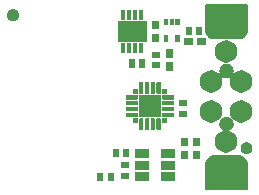
<source format=gts>
G04 #@! TF.GenerationSoftware,KiCad,Pcbnew,(5.0.1)-4*
G04 #@! TF.CreationDate,2019-04-02T18:22:59+02:00*
G04 #@! TF.ProjectId,nk-u2f,6E6B2D7532662E6B696361645F706362,R8*
G04 #@! TF.SameCoordinates,PX6e8e008PY57c9250*
G04 #@! TF.FileFunction,Soldermask,Top*
G04 #@! TF.FilePolarity,Negative*
%FSLAX46Y46*%
G04 Gerber Fmt 4.6, Leading zero omitted, Abs format (unit mm)*
G04 Created by KiCad (PCBNEW (5.0.1)-4) date 02.04.2019 18:22:59*
%MOMM*%
%LPD*%
G01*
G04 APERTURE LIST*
%ADD10C,0.150000*%
G04 APERTURE END LIST*
D10*
G04 #@! TO.C,J1*
G36*
X16974600Y-662730D02*
X16374600Y-1262730D01*
X16374600Y837270D01*
X19774600Y837270D01*
X19774600Y-1262730D01*
X19174600Y-662730D01*
X16974600Y-662730D01*
G37*
X16974600Y-662730D02*
X16374600Y-1262730D01*
X16374600Y837270D01*
X19774600Y837270D01*
X19774600Y-1262730D01*
X19174600Y-662730D01*
X16974600Y-662730D01*
G36*
X19174600Y-13262250D02*
X19774600Y-12662250D01*
X19774600Y-14762250D01*
X16374600Y-14762250D01*
X16374600Y-12662250D01*
X16974600Y-13262250D01*
X19174600Y-13262250D01*
G37*
X19174600Y-13262250D02*
X19774600Y-12662250D01*
X19774600Y-14762250D01*
X16374600Y-14762250D01*
X16374600Y-12662250D01*
X16974600Y-13262250D01*
X19174600Y-13262250D01*
G36*
X8554200Y-14050000D02*
X8054200Y-14050000D01*
X8054200Y-13350000D01*
X8554200Y-13350000D01*
X8554200Y-14050000D01*
X8554200Y-14050000D01*
G37*
G36*
X7654200Y-14050000D02*
X7154200Y-14050000D01*
X7154200Y-13350000D01*
X7654200Y-13350000D01*
X7654200Y-14050000D01*
X7654200Y-14050000D01*
G37*
G36*
X11480000Y-14025000D02*
X10320000Y-14025000D01*
X10320000Y-13275000D01*
X11480000Y-13275000D01*
X11480000Y-14025000D01*
X11480000Y-14025000D01*
G37*
G36*
X13680000Y-14025000D02*
X12520000Y-14025000D01*
X12520000Y-13275000D01*
X13680000Y-13275000D01*
X13680000Y-14025000D01*
X13680000Y-14025000D01*
G37*
G36*
X9850000Y-13850000D02*
X9150000Y-13850000D01*
X9150000Y-13350000D01*
X9850000Y-13350000D01*
X9850000Y-13850000D01*
X9850000Y-13850000D01*
G37*
G36*
X19231029Y-11873264D02*
X19381937Y-11919042D01*
X19521015Y-11993380D01*
X19642917Y-12093423D01*
X19742960Y-12215325D01*
X19817298Y-12354403D01*
X19863076Y-12505311D01*
X19878533Y-12662250D01*
X19863076Y-12819189D01*
X19817298Y-12970097D01*
X19742960Y-13109175D01*
X19642917Y-13231077D01*
X19521015Y-13331120D01*
X19381937Y-13405458D01*
X19231029Y-13451236D01*
X19113414Y-13462820D01*
X17035786Y-13462820D01*
X16918171Y-13451236D01*
X16767263Y-13405458D01*
X16628185Y-13331120D01*
X16506283Y-13231077D01*
X16406240Y-13109175D01*
X16331902Y-12970097D01*
X16286124Y-12819189D01*
X16270667Y-12662250D01*
X16286124Y-12505311D01*
X16331902Y-12354403D01*
X16406240Y-12215325D01*
X16506283Y-12093423D01*
X16628185Y-11993380D01*
X16767263Y-11919042D01*
X16918171Y-11873264D01*
X17035786Y-11861680D01*
X19113414Y-11861680D01*
X19231029Y-11873264D01*
X19231029Y-11873264D01*
G37*
G36*
X11480000Y-13075000D02*
X10320000Y-13075000D01*
X10320000Y-12325000D01*
X11480000Y-12325000D01*
X11480000Y-13075000D01*
X11480000Y-13075000D01*
G37*
G36*
X13680000Y-13075000D02*
X12520000Y-13075000D01*
X12520000Y-12325000D01*
X13680000Y-12325000D01*
X13680000Y-13075000D01*
X13680000Y-13075000D01*
G37*
G36*
X9850000Y-12950000D02*
X9150000Y-12950000D01*
X9150000Y-12450000D01*
X9850000Y-12450000D01*
X9850000Y-12950000D01*
X9850000Y-12950000D01*
G37*
G36*
X14844200Y-12200000D02*
X14244200Y-12200000D01*
X14244200Y-11500000D01*
X14844200Y-11500000D01*
X14844200Y-12200000D01*
X14844200Y-12200000D01*
G37*
G36*
X15800000Y-12200000D02*
X15200000Y-12200000D01*
X15200000Y-11500000D01*
X15800000Y-11500000D01*
X15800000Y-12200000D01*
X15800000Y-12200000D01*
G37*
G36*
X13680000Y-12125000D02*
X12520000Y-12125000D01*
X12520000Y-11375000D01*
X13680000Y-11375000D01*
X13680000Y-12125000D01*
X13680000Y-12125000D01*
G37*
G36*
X11480000Y-12125000D02*
X10320000Y-12125000D01*
X10320000Y-11375000D01*
X11480000Y-11375000D01*
X11480000Y-12125000D01*
X11480000Y-12125000D01*
G37*
G36*
X8954200Y-12050000D02*
X8454200Y-12050000D01*
X8454200Y-11350000D01*
X8954200Y-11350000D01*
X8954200Y-12050000D01*
X8954200Y-12050000D01*
G37*
G36*
X9854200Y-12050000D02*
X9354200Y-12050000D01*
X9354200Y-11350000D01*
X9854200Y-11350000D01*
X9854200Y-12050000D01*
X9854200Y-12050000D01*
G37*
G36*
X19920845Y-10769215D02*
X20011839Y-10806906D01*
X20093731Y-10861625D01*
X20163375Y-10931269D01*
X20218094Y-11013161D01*
X20255785Y-11104155D01*
X20275000Y-11200754D01*
X20275000Y-11299246D01*
X20255785Y-11395845D01*
X20238360Y-11437913D01*
X20218094Y-11486839D01*
X20163376Y-11568730D01*
X20093730Y-11638376D01*
X20011839Y-11693094D01*
X19920845Y-11730785D01*
X19824246Y-11750000D01*
X19725754Y-11750000D01*
X19629155Y-11730785D01*
X19538161Y-11693094D01*
X19456270Y-11638376D01*
X19386624Y-11568730D01*
X19331906Y-11486839D01*
X19311640Y-11437913D01*
X19294215Y-11395845D01*
X19275000Y-11299246D01*
X19275000Y-11200754D01*
X19294215Y-11104155D01*
X19331906Y-11013161D01*
X19386625Y-10931269D01*
X19456269Y-10861625D01*
X19538161Y-10806906D01*
X19629155Y-10769215D01*
X19725754Y-10750000D01*
X19824246Y-10750000D01*
X19920845Y-10769215D01*
X19920845Y-10769215D01*
G37*
G36*
X18249587Y-8636074D02*
X18358764Y-8681296D01*
X18457021Y-8746949D01*
X18540581Y-8830509D01*
X18606234Y-8928766D01*
X18651456Y-9037943D01*
X18674510Y-9153844D01*
X18674510Y-9272016D01*
X18651456Y-9387917D01*
X18606234Y-9497094D01*
X18540581Y-9595351D01*
X18457021Y-9678911D01*
X18358764Y-9744564D01*
X18345559Y-9750033D01*
X18341242Y-9752342D01*
X18337454Y-9755451D01*
X18334345Y-9759239D01*
X18332035Y-9763561D01*
X18330612Y-9768251D01*
X18330132Y-9773129D01*
X18330612Y-9778006D01*
X18332035Y-9782696D01*
X18334346Y-9787018D01*
X18337455Y-9790806D01*
X18341243Y-9793915D01*
X18345565Y-9796225D01*
X18494994Y-9858121D01*
X18650589Y-9962086D01*
X18782914Y-10094411D01*
X18886880Y-10250006D01*
X18949009Y-10400000D01*
X18958492Y-10422895D01*
X18995000Y-10606433D01*
X18995000Y-10793567D01*
X18981462Y-10861625D01*
X18958492Y-10977106D01*
X18886880Y-11149994D01*
X18782914Y-11305589D01*
X18650589Y-11437914D01*
X18494994Y-11541880D01*
X18322106Y-11613492D01*
X18260926Y-11625661D01*
X18138567Y-11650000D01*
X17951433Y-11650000D01*
X17829074Y-11625661D01*
X17767894Y-11613492D01*
X17595006Y-11541880D01*
X17439411Y-11437914D01*
X17307086Y-11305589D01*
X17203120Y-11149994D01*
X17131508Y-10977106D01*
X17108538Y-10861625D01*
X17095000Y-10793567D01*
X17095000Y-10606433D01*
X17131508Y-10422895D01*
X17140991Y-10400000D01*
X17203120Y-10250006D01*
X17307086Y-10094411D01*
X17439411Y-9962086D01*
X17595006Y-9858120D01*
X17767898Y-9786506D01*
X17774443Y-9785204D01*
X17779133Y-9783782D01*
X17783455Y-9781471D01*
X17787243Y-9778362D01*
X17790352Y-9774573D01*
X17792662Y-9770251D01*
X17794085Y-9765561D01*
X17794565Y-9760684D01*
X17794084Y-9755807D01*
X17792662Y-9751117D01*
X17790351Y-9746795D01*
X17787242Y-9743007D01*
X17783459Y-9739902D01*
X17692179Y-9678911D01*
X17608619Y-9595351D01*
X17542966Y-9497094D01*
X17497744Y-9387917D01*
X17474690Y-9272016D01*
X17474690Y-9153844D01*
X17497744Y-9037943D01*
X17542966Y-8928766D01*
X17608619Y-8830509D01*
X17692179Y-8746949D01*
X17790436Y-8681296D01*
X17899613Y-8636074D01*
X18015514Y-8613020D01*
X18133686Y-8613020D01*
X18249587Y-8636074D01*
X18249587Y-8636074D01*
G37*
G36*
X15800000Y-11100000D02*
X15200000Y-11100000D01*
X15200000Y-10400000D01*
X15800000Y-10400000D01*
X15800000Y-11100000D01*
X15800000Y-11100000D01*
G37*
G36*
X14844200Y-11100000D02*
X14244200Y-11100000D01*
X14244200Y-10400000D01*
X14844200Y-10400000D01*
X14844200Y-11100000D01*
X14844200Y-11100000D01*
G37*
G36*
X10979552Y-8751801D02*
X10995936Y-8756771D01*
X11011046Y-8764848D01*
X11024287Y-8775713D01*
X11035152Y-8788954D01*
X11043229Y-8804064D01*
X11048199Y-8820448D01*
X11050000Y-8838733D01*
X11050000Y-9661267D01*
X11048199Y-9679552D01*
X11043229Y-9695936D01*
X11035152Y-9711046D01*
X11024287Y-9724287D01*
X11011046Y-9735152D01*
X10995936Y-9743229D01*
X10979552Y-9748199D01*
X10961267Y-9750000D01*
X10738733Y-9750000D01*
X10720448Y-9748199D01*
X10704064Y-9743229D01*
X10688954Y-9735152D01*
X10675713Y-9724287D01*
X10664848Y-9711046D01*
X10656771Y-9695936D01*
X10651801Y-9679552D01*
X10650000Y-9661267D01*
X10650000Y-8838733D01*
X10651801Y-8820448D01*
X10656771Y-8804064D01*
X10664848Y-8788954D01*
X10675713Y-8775713D01*
X10688954Y-8764848D01*
X10704064Y-8756771D01*
X10720448Y-8751801D01*
X10738733Y-8750000D01*
X10961267Y-8750000D01*
X10979552Y-8751801D01*
X10979552Y-8751801D01*
G37*
G36*
X11979552Y-8751801D02*
X11995936Y-8756771D01*
X12011046Y-8764848D01*
X12024287Y-8775713D01*
X12035152Y-8788954D01*
X12043229Y-8804064D01*
X12048199Y-8820448D01*
X12050000Y-8838733D01*
X12050000Y-9661267D01*
X12048199Y-9679552D01*
X12043229Y-9695936D01*
X12035152Y-9711046D01*
X12024287Y-9724287D01*
X12011046Y-9735152D01*
X11995936Y-9743229D01*
X11979552Y-9748199D01*
X11961267Y-9750000D01*
X11738733Y-9750000D01*
X11720448Y-9748199D01*
X11704064Y-9743229D01*
X11688954Y-9735152D01*
X11675713Y-9724287D01*
X11664848Y-9711046D01*
X11656771Y-9695936D01*
X11651801Y-9679552D01*
X11650000Y-9661267D01*
X11650000Y-8838733D01*
X11651801Y-8820448D01*
X11656771Y-8804064D01*
X11664848Y-8788954D01*
X11675713Y-8775713D01*
X11688954Y-8764848D01*
X11704064Y-8756771D01*
X11720448Y-8751801D01*
X11738733Y-8750000D01*
X11961267Y-8750000D01*
X11979552Y-8751801D01*
X11979552Y-8751801D01*
G37*
G36*
X12479552Y-8751801D02*
X12495936Y-8756771D01*
X12511046Y-8764848D01*
X12524287Y-8775713D01*
X12535152Y-8788954D01*
X12543229Y-8804064D01*
X12548199Y-8820448D01*
X12550000Y-8838733D01*
X12550000Y-9661267D01*
X12548199Y-9679552D01*
X12543229Y-9695936D01*
X12535152Y-9711046D01*
X12524287Y-9724287D01*
X12511046Y-9735152D01*
X12495936Y-9743229D01*
X12479552Y-9748199D01*
X12461267Y-9750000D01*
X12238733Y-9750000D01*
X12220448Y-9748199D01*
X12204064Y-9743229D01*
X12188954Y-9735152D01*
X12175713Y-9724287D01*
X12164848Y-9711046D01*
X12156771Y-9695936D01*
X12151801Y-9679552D01*
X12150000Y-9661267D01*
X12150000Y-8838733D01*
X12151801Y-8820448D01*
X12156771Y-8804064D01*
X12164848Y-8788954D01*
X12175713Y-8775713D01*
X12188954Y-8764848D01*
X12204064Y-8756771D01*
X12220448Y-8751801D01*
X12238733Y-8750000D01*
X12461267Y-8750000D01*
X12479552Y-8751801D01*
X12479552Y-8751801D01*
G37*
G36*
X11479552Y-8751801D02*
X11495936Y-8756771D01*
X11511046Y-8764848D01*
X11524287Y-8775713D01*
X11535152Y-8788954D01*
X11543229Y-8804064D01*
X11548199Y-8820448D01*
X11550000Y-8838733D01*
X11550000Y-9661267D01*
X11548199Y-9679552D01*
X11543229Y-9695936D01*
X11535152Y-9711046D01*
X11524287Y-9724287D01*
X11511046Y-9735152D01*
X11495936Y-9743229D01*
X11479552Y-9748199D01*
X11461267Y-9750000D01*
X11238733Y-9750000D01*
X11220448Y-9748199D01*
X11204064Y-9743229D01*
X11188954Y-9735152D01*
X11175713Y-9724287D01*
X11164848Y-9711046D01*
X11156771Y-9695936D01*
X11151801Y-9679552D01*
X11150000Y-9661267D01*
X11150000Y-8838733D01*
X11151801Y-8820448D01*
X11156771Y-8804064D01*
X11164848Y-8788954D01*
X11175713Y-8775713D01*
X11188954Y-8764848D01*
X11204064Y-8756771D01*
X11220448Y-8751801D01*
X11238733Y-8750000D01*
X11461267Y-8750000D01*
X11479552Y-8751801D01*
X11479552Y-8751801D01*
G37*
G36*
X13070000Y-9170000D02*
X12630000Y-9170000D01*
X12630000Y-8730000D01*
X13070000Y-8730000D01*
X13070000Y-9170000D01*
X13070000Y-9170000D01*
G37*
G36*
X10570000Y-9170000D02*
X10130000Y-9170000D01*
X10130000Y-8730000D01*
X10570000Y-8730000D01*
X10570000Y-9170000D01*
X10570000Y-9170000D01*
G37*
G36*
X16990926Y-7234339D02*
X17052106Y-7246508D01*
X17224994Y-7318120D01*
X17380589Y-7422086D01*
X17512914Y-7554411D01*
X17616880Y-7710006D01*
X17688492Y-7882894D01*
X17688492Y-7882895D01*
X17725000Y-8066433D01*
X17725000Y-8253567D01*
X17709699Y-8330491D01*
X17688492Y-8437106D01*
X17616880Y-8609994D01*
X17512914Y-8765589D01*
X17380589Y-8897914D01*
X17224994Y-9001880D01*
X17052106Y-9073492D01*
X16990926Y-9085661D01*
X16868567Y-9110000D01*
X16681433Y-9110000D01*
X16559074Y-9085661D01*
X16497894Y-9073492D01*
X16325006Y-9001880D01*
X16169411Y-8897914D01*
X16037086Y-8765589D01*
X15933120Y-8609994D01*
X15861508Y-8437106D01*
X15840301Y-8330491D01*
X15825000Y-8253567D01*
X15825000Y-8066433D01*
X15861508Y-7882895D01*
X15861508Y-7882894D01*
X15933120Y-7710006D01*
X16037086Y-7554411D01*
X16169411Y-7422086D01*
X16325006Y-7318120D01*
X16497894Y-7246508D01*
X16559074Y-7234339D01*
X16681433Y-7210000D01*
X16868567Y-7210000D01*
X16990926Y-7234339D01*
X16990926Y-7234339D01*
G37*
G36*
X19530926Y-7234339D02*
X19592106Y-7246508D01*
X19764994Y-7318120D01*
X19920589Y-7422086D01*
X20052914Y-7554411D01*
X20156880Y-7710006D01*
X20228492Y-7882894D01*
X20228492Y-7882895D01*
X20265000Y-8066433D01*
X20265000Y-8253567D01*
X20249699Y-8330491D01*
X20228492Y-8437106D01*
X20156880Y-8609994D01*
X20052914Y-8765589D01*
X19920589Y-8897914D01*
X19764994Y-9001880D01*
X19592106Y-9073492D01*
X19530926Y-9085661D01*
X19408567Y-9110000D01*
X19221433Y-9110000D01*
X19099074Y-9085661D01*
X19037894Y-9073492D01*
X18865006Y-9001880D01*
X18709411Y-8897914D01*
X18577086Y-8765589D01*
X18473120Y-8609994D01*
X18401508Y-8437106D01*
X18380301Y-8330491D01*
X18365000Y-8253567D01*
X18365000Y-8066433D01*
X18401508Y-7882895D01*
X18401508Y-7882894D01*
X18473120Y-7710006D01*
X18577086Y-7554411D01*
X18709411Y-7422086D01*
X18865006Y-7318120D01*
X19037894Y-7246508D01*
X19099074Y-7234339D01*
X19221433Y-7210000D01*
X19408567Y-7210000D01*
X19530926Y-7234339D01*
X19530926Y-7234339D01*
G37*
G36*
X12550000Y-8650000D02*
X10650000Y-8650000D01*
X10650000Y-6750000D01*
X12550000Y-6750000D01*
X12550000Y-8650000D01*
X12550000Y-8650000D01*
G37*
G36*
X13579552Y-8251801D02*
X13595936Y-8256771D01*
X13611046Y-8264848D01*
X13624287Y-8275713D01*
X13635152Y-8288954D01*
X13643229Y-8304064D01*
X13648199Y-8320448D01*
X13650000Y-8338733D01*
X13650000Y-8561267D01*
X13648199Y-8579552D01*
X13643229Y-8595936D01*
X13635152Y-8611046D01*
X13624287Y-8624287D01*
X13611046Y-8635152D01*
X13595936Y-8643229D01*
X13579552Y-8648199D01*
X13561267Y-8650000D01*
X12738733Y-8650000D01*
X12720448Y-8648199D01*
X12704064Y-8643229D01*
X12688954Y-8635152D01*
X12675713Y-8624287D01*
X12664848Y-8611046D01*
X12656771Y-8595936D01*
X12651801Y-8579552D01*
X12650000Y-8561267D01*
X12650000Y-8338733D01*
X12651801Y-8320448D01*
X12656771Y-8304064D01*
X12664848Y-8288954D01*
X12675713Y-8275713D01*
X12688954Y-8264848D01*
X12704064Y-8256771D01*
X12720448Y-8251801D01*
X12738733Y-8250000D01*
X13561267Y-8250000D01*
X13579552Y-8251801D01*
X13579552Y-8251801D01*
G37*
G36*
X10479552Y-8251801D02*
X10495936Y-8256771D01*
X10511046Y-8264848D01*
X10524287Y-8275713D01*
X10535152Y-8288954D01*
X10543229Y-8304064D01*
X10548199Y-8320448D01*
X10550000Y-8338733D01*
X10550000Y-8561267D01*
X10548199Y-8579552D01*
X10543229Y-8595936D01*
X10535152Y-8611046D01*
X10524287Y-8624287D01*
X10511046Y-8635152D01*
X10495936Y-8643229D01*
X10479552Y-8648199D01*
X10461267Y-8650000D01*
X9638733Y-8650000D01*
X9620448Y-8648199D01*
X9604064Y-8643229D01*
X9588954Y-8635152D01*
X9575713Y-8624287D01*
X9564848Y-8611046D01*
X9556771Y-8595936D01*
X9551801Y-8579552D01*
X9550000Y-8561267D01*
X9550000Y-8338733D01*
X9551801Y-8320448D01*
X9556771Y-8304064D01*
X9564848Y-8288954D01*
X9575713Y-8275713D01*
X9588954Y-8264848D01*
X9604064Y-8256771D01*
X9620448Y-8251801D01*
X9638733Y-8250000D01*
X10461267Y-8250000D01*
X10479552Y-8251801D01*
X10479552Y-8251801D01*
G37*
G36*
X14754200Y-8600000D02*
X14054200Y-8600000D01*
X14054200Y-8100000D01*
X14754200Y-8100000D01*
X14754200Y-8600000D01*
X14754200Y-8600000D01*
G37*
G36*
X13579552Y-7751801D02*
X13595936Y-7756771D01*
X13611046Y-7764848D01*
X13624287Y-7775713D01*
X13635152Y-7788954D01*
X13643229Y-7804064D01*
X13648199Y-7820448D01*
X13650000Y-7838733D01*
X13650000Y-8061267D01*
X13648199Y-8079552D01*
X13643229Y-8095936D01*
X13635152Y-8111046D01*
X13624287Y-8124287D01*
X13611046Y-8135152D01*
X13595936Y-8143229D01*
X13579552Y-8148199D01*
X13561267Y-8150000D01*
X12738733Y-8150000D01*
X12720448Y-8148199D01*
X12704064Y-8143229D01*
X12688954Y-8135152D01*
X12675713Y-8124287D01*
X12664848Y-8111046D01*
X12656771Y-8095936D01*
X12651801Y-8079552D01*
X12650000Y-8061267D01*
X12650000Y-7838733D01*
X12651801Y-7820448D01*
X12656771Y-7804064D01*
X12664848Y-7788954D01*
X12675713Y-7775713D01*
X12688954Y-7764848D01*
X12704064Y-7756771D01*
X12720448Y-7751801D01*
X12738733Y-7750000D01*
X13561267Y-7750000D01*
X13579552Y-7751801D01*
X13579552Y-7751801D01*
G37*
G36*
X10479552Y-7751801D02*
X10495936Y-7756771D01*
X10511046Y-7764848D01*
X10524287Y-7775713D01*
X10535152Y-7788954D01*
X10543229Y-7804064D01*
X10548199Y-7820448D01*
X10550000Y-7838733D01*
X10550000Y-8061267D01*
X10548199Y-8079552D01*
X10543229Y-8095936D01*
X10535152Y-8111046D01*
X10524287Y-8124287D01*
X10511046Y-8135152D01*
X10495936Y-8143229D01*
X10479552Y-8148199D01*
X10461267Y-8150000D01*
X9638733Y-8150000D01*
X9620448Y-8148199D01*
X9604064Y-8143229D01*
X9588954Y-8135152D01*
X9575713Y-8124287D01*
X9564848Y-8111046D01*
X9556771Y-8095936D01*
X9551801Y-8079552D01*
X9550000Y-8061267D01*
X9550000Y-7838733D01*
X9551801Y-7820448D01*
X9556771Y-7804064D01*
X9564848Y-7788954D01*
X9575713Y-7775713D01*
X9588954Y-7764848D01*
X9604064Y-7756771D01*
X9620448Y-7751801D01*
X9638733Y-7750000D01*
X10461267Y-7750000D01*
X10479552Y-7751801D01*
X10479552Y-7751801D01*
G37*
G36*
X14754200Y-7700000D02*
X14054200Y-7700000D01*
X14054200Y-7200000D01*
X14754200Y-7200000D01*
X14754200Y-7700000D01*
X14754200Y-7700000D01*
G37*
G36*
X13579552Y-7251801D02*
X13595936Y-7256771D01*
X13611046Y-7264848D01*
X13624287Y-7275713D01*
X13635152Y-7288954D01*
X13643229Y-7304064D01*
X13648199Y-7320448D01*
X13650000Y-7338733D01*
X13650000Y-7561267D01*
X13648199Y-7579552D01*
X13643229Y-7595936D01*
X13635152Y-7611046D01*
X13624287Y-7624287D01*
X13611046Y-7635152D01*
X13595936Y-7643229D01*
X13579552Y-7648199D01*
X13561267Y-7650000D01*
X12738733Y-7650000D01*
X12720448Y-7648199D01*
X12704064Y-7643229D01*
X12688954Y-7635152D01*
X12675713Y-7624287D01*
X12664848Y-7611046D01*
X12656771Y-7595936D01*
X12651801Y-7579552D01*
X12650000Y-7561267D01*
X12650000Y-7338733D01*
X12651801Y-7320448D01*
X12656771Y-7304064D01*
X12664848Y-7288954D01*
X12675713Y-7275713D01*
X12688954Y-7264848D01*
X12704064Y-7256771D01*
X12720448Y-7251801D01*
X12738733Y-7250000D01*
X13561267Y-7250000D01*
X13579552Y-7251801D01*
X13579552Y-7251801D01*
G37*
G36*
X10479552Y-7251801D02*
X10495936Y-7256771D01*
X10511046Y-7264848D01*
X10524287Y-7275713D01*
X10535152Y-7288954D01*
X10543229Y-7304064D01*
X10548199Y-7320448D01*
X10550000Y-7338733D01*
X10550000Y-7561267D01*
X10548199Y-7579552D01*
X10543229Y-7595936D01*
X10535152Y-7611046D01*
X10524287Y-7624287D01*
X10511046Y-7635152D01*
X10495936Y-7643229D01*
X10479552Y-7648199D01*
X10461267Y-7650000D01*
X9638733Y-7650000D01*
X9620448Y-7648199D01*
X9604064Y-7643229D01*
X9588954Y-7635152D01*
X9575713Y-7624287D01*
X9564848Y-7611046D01*
X9556771Y-7595936D01*
X9551801Y-7579552D01*
X9550000Y-7561267D01*
X9550000Y-7338733D01*
X9551801Y-7320448D01*
X9556771Y-7304064D01*
X9564848Y-7288954D01*
X9575713Y-7275713D01*
X9588954Y-7264848D01*
X9604064Y-7256771D01*
X9620448Y-7251801D01*
X9638733Y-7250000D01*
X10461267Y-7250000D01*
X10479552Y-7251801D01*
X10479552Y-7251801D01*
G37*
G36*
X13579552Y-6751801D02*
X13595936Y-6756771D01*
X13611046Y-6764848D01*
X13624287Y-6775713D01*
X13635152Y-6788954D01*
X13643229Y-6804064D01*
X13648199Y-6820448D01*
X13650000Y-6838733D01*
X13650000Y-7061267D01*
X13648199Y-7079552D01*
X13643229Y-7095936D01*
X13635152Y-7111046D01*
X13624287Y-7124287D01*
X13611046Y-7135152D01*
X13595936Y-7143229D01*
X13579552Y-7148199D01*
X13561267Y-7150000D01*
X12738733Y-7150000D01*
X12720448Y-7148199D01*
X12704064Y-7143229D01*
X12688954Y-7135152D01*
X12675713Y-7124287D01*
X12664848Y-7111046D01*
X12656771Y-7095936D01*
X12651801Y-7079552D01*
X12650000Y-7061267D01*
X12650000Y-6838733D01*
X12651801Y-6820448D01*
X12656771Y-6804064D01*
X12664848Y-6788954D01*
X12675713Y-6775713D01*
X12688954Y-6764848D01*
X12704064Y-6756771D01*
X12720448Y-6751801D01*
X12738733Y-6750000D01*
X13561267Y-6750000D01*
X13579552Y-6751801D01*
X13579552Y-6751801D01*
G37*
G36*
X10479552Y-6751801D02*
X10495936Y-6756771D01*
X10511046Y-6764848D01*
X10524287Y-6775713D01*
X10535152Y-6788954D01*
X10543229Y-6804064D01*
X10548199Y-6820448D01*
X10550000Y-6838733D01*
X10550000Y-7061267D01*
X10548199Y-7079552D01*
X10543229Y-7095936D01*
X10535152Y-7111046D01*
X10524287Y-7124287D01*
X10511046Y-7135152D01*
X10495936Y-7143229D01*
X10479552Y-7148199D01*
X10461267Y-7150000D01*
X9638733Y-7150000D01*
X9620448Y-7148199D01*
X9604064Y-7143229D01*
X9588954Y-7135152D01*
X9575713Y-7124287D01*
X9564848Y-7111046D01*
X9556771Y-7095936D01*
X9551801Y-7079552D01*
X9550000Y-7061267D01*
X9550000Y-6838733D01*
X9551801Y-6820448D01*
X9556771Y-6804064D01*
X9564848Y-6788954D01*
X9575713Y-6775713D01*
X9588954Y-6764848D01*
X9604064Y-6756771D01*
X9620448Y-6751801D01*
X9638733Y-6750000D01*
X10461267Y-6750000D01*
X10479552Y-6751801D01*
X10479552Y-6751801D01*
G37*
G36*
X13070000Y-6670000D02*
X12630000Y-6670000D01*
X12630000Y-6230000D01*
X13070000Y-6230000D01*
X13070000Y-6670000D01*
X13070000Y-6670000D01*
G37*
G36*
X10570000Y-6670000D02*
X10130000Y-6670000D01*
X10130000Y-6230000D01*
X10570000Y-6230000D01*
X10570000Y-6670000D01*
X10570000Y-6670000D01*
G37*
G36*
X12479552Y-5651801D02*
X12495936Y-5656771D01*
X12511046Y-5664848D01*
X12524287Y-5675713D01*
X12535152Y-5688954D01*
X12543229Y-5704064D01*
X12548199Y-5720448D01*
X12550000Y-5738733D01*
X12550000Y-6561267D01*
X12548199Y-6579552D01*
X12543229Y-6595936D01*
X12535152Y-6611046D01*
X12524287Y-6624287D01*
X12511046Y-6635152D01*
X12495936Y-6643229D01*
X12479552Y-6648199D01*
X12461267Y-6650000D01*
X12238733Y-6650000D01*
X12220448Y-6648199D01*
X12204064Y-6643229D01*
X12188954Y-6635152D01*
X12175713Y-6624287D01*
X12164848Y-6611046D01*
X12156771Y-6595936D01*
X12151801Y-6579552D01*
X12150000Y-6561267D01*
X12150000Y-5738733D01*
X12151801Y-5720448D01*
X12156771Y-5704064D01*
X12164848Y-5688954D01*
X12175713Y-5675713D01*
X12188954Y-5664848D01*
X12204064Y-5656771D01*
X12220448Y-5651801D01*
X12238733Y-5650000D01*
X12461267Y-5650000D01*
X12479552Y-5651801D01*
X12479552Y-5651801D01*
G37*
G36*
X11979552Y-5651801D02*
X11995936Y-5656771D01*
X12011046Y-5664848D01*
X12024287Y-5675713D01*
X12035152Y-5688954D01*
X12043229Y-5704064D01*
X12048199Y-5720448D01*
X12050000Y-5738733D01*
X12050000Y-6561267D01*
X12048199Y-6579552D01*
X12043229Y-6595936D01*
X12035152Y-6611046D01*
X12024287Y-6624287D01*
X12011046Y-6635152D01*
X11995936Y-6643229D01*
X11979552Y-6648199D01*
X11961267Y-6650000D01*
X11738733Y-6650000D01*
X11720448Y-6648199D01*
X11704064Y-6643229D01*
X11688954Y-6635152D01*
X11675713Y-6624287D01*
X11664848Y-6611046D01*
X11656771Y-6595936D01*
X11651801Y-6579552D01*
X11650000Y-6561267D01*
X11650000Y-5738733D01*
X11651801Y-5720448D01*
X11656771Y-5704064D01*
X11664848Y-5688954D01*
X11675713Y-5675713D01*
X11688954Y-5664848D01*
X11704064Y-5656771D01*
X11720448Y-5651801D01*
X11738733Y-5650000D01*
X11961267Y-5650000D01*
X11979552Y-5651801D01*
X11979552Y-5651801D01*
G37*
G36*
X11479552Y-5651801D02*
X11495936Y-5656771D01*
X11511046Y-5664848D01*
X11524287Y-5675713D01*
X11535152Y-5688954D01*
X11543229Y-5704064D01*
X11548199Y-5720448D01*
X11550000Y-5738733D01*
X11550000Y-6561267D01*
X11548199Y-6579552D01*
X11543229Y-6595936D01*
X11535152Y-6611046D01*
X11524287Y-6624287D01*
X11511046Y-6635152D01*
X11495936Y-6643229D01*
X11479552Y-6648199D01*
X11461267Y-6650000D01*
X11238733Y-6650000D01*
X11220448Y-6648199D01*
X11204064Y-6643229D01*
X11188954Y-6635152D01*
X11175713Y-6624287D01*
X11164848Y-6611046D01*
X11156771Y-6595936D01*
X11151801Y-6579552D01*
X11150000Y-6561267D01*
X11150000Y-5738733D01*
X11151801Y-5720448D01*
X11156771Y-5704064D01*
X11164848Y-5688954D01*
X11175713Y-5675713D01*
X11188954Y-5664848D01*
X11204064Y-5656771D01*
X11220448Y-5651801D01*
X11238733Y-5650000D01*
X11461267Y-5650000D01*
X11479552Y-5651801D01*
X11479552Y-5651801D01*
G37*
G36*
X10979552Y-5651801D02*
X10995936Y-5656771D01*
X11011046Y-5664848D01*
X11024287Y-5675713D01*
X11035152Y-5688954D01*
X11043229Y-5704064D01*
X11048199Y-5720448D01*
X11050000Y-5738733D01*
X11050000Y-6561267D01*
X11048199Y-6579552D01*
X11043229Y-6595936D01*
X11035152Y-6611046D01*
X11024287Y-6624287D01*
X11011046Y-6635152D01*
X10995936Y-6643229D01*
X10979552Y-6648199D01*
X10961267Y-6650000D01*
X10738733Y-6650000D01*
X10720448Y-6648199D01*
X10704064Y-6643229D01*
X10688954Y-6635152D01*
X10675713Y-6624287D01*
X10664848Y-6611046D01*
X10656771Y-6595936D01*
X10651801Y-6579552D01*
X10650000Y-6561267D01*
X10650000Y-5738733D01*
X10651801Y-5720448D01*
X10656771Y-5704064D01*
X10664848Y-5688954D01*
X10675713Y-5675713D01*
X10688954Y-5664848D01*
X10704064Y-5656771D01*
X10720448Y-5651801D01*
X10738733Y-5650000D01*
X10961267Y-5650000D01*
X10979552Y-5651801D01*
X10979552Y-5651801D01*
G37*
G36*
X18249587Y-4135194D02*
X18358764Y-4180416D01*
X18457021Y-4246069D01*
X18540581Y-4329629D01*
X18606234Y-4427886D01*
X18651456Y-4537063D01*
X18674510Y-4652964D01*
X18674510Y-4771136D01*
X18654373Y-4872371D01*
X18653893Y-4877248D01*
X18654373Y-4882125D01*
X18655796Y-4886815D01*
X18658106Y-4891137D01*
X18661215Y-4894926D01*
X18665004Y-4898035D01*
X18669326Y-4900345D01*
X18674016Y-4901768D01*
X18678893Y-4902248D01*
X18683770Y-4901768D01*
X18688460Y-4900345D01*
X18692782Y-4898035D01*
X18696571Y-4894926D01*
X18709411Y-4882086D01*
X18865006Y-4778120D01*
X19037894Y-4706508D01*
X19099074Y-4694339D01*
X19221433Y-4670000D01*
X19408567Y-4670000D01*
X19530926Y-4694339D01*
X19592106Y-4706508D01*
X19764994Y-4778120D01*
X19920589Y-4882086D01*
X20052914Y-5014411D01*
X20156880Y-5170006D01*
X20228492Y-5342894D01*
X20228492Y-5342895D01*
X20265000Y-5526433D01*
X20265000Y-5713567D01*
X20259994Y-5738733D01*
X20228492Y-5897106D01*
X20156880Y-6069994D01*
X20052914Y-6225589D01*
X19920589Y-6357914D01*
X19764994Y-6461880D01*
X19592106Y-6533492D01*
X19530926Y-6545661D01*
X19408567Y-6570000D01*
X19221433Y-6570000D01*
X19099074Y-6545661D01*
X19037894Y-6533492D01*
X18865006Y-6461880D01*
X18709411Y-6357914D01*
X18577086Y-6225589D01*
X18473120Y-6069994D01*
X18401508Y-5897106D01*
X18370006Y-5738733D01*
X18365000Y-5713567D01*
X18365000Y-5526433D01*
X18401508Y-5342895D01*
X18401508Y-5342894D01*
X18443147Y-5242368D01*
X18444570Y-5237678D01*
X18445050Y-5232801D01*
X18444570Y-5227924D01*
X18443147Y-5223234D01*
X18440837Y-5218912D01*
X18437728Y-5215123D01*
X18433939Y-5212014D01*
X18429617Y-5209704D01*
X18424927Y-5208281D01*
X18420050Y-5207801D01*
X18415173Y-5208281D01*
X18410483Y-5209704D01*
X18406164Y-5212012D01*
X18358764Y-5243684D01*
X18249587Y-5288906D01*
X18133686Y-5311960D01*
X18015514Y-5311960D01*
X17899613Y-5288906D01*
X17790436Y-5243684D01*
X17692179Y-5178031D01*
X17658175Y-5144027D01*
X17654392Y-5140923D01*
X17650070Y-5138613D01*
X17645380Y-5137190D01*
X17640503Y-5136710D01*
X17635626Y-5137190D01*
X17630936Y-5138613D01*
X17626614Y-5140923D01*
X17622825Y-5144032D01*
X17619716Y-5147821D01*
X17617406Y-5152143D01*
X17615983Y-5156833D01*
X17615503Y-5161710D01*
X17615983Y-5166587D01*
X17617406Y-5171277D01*
X17688492Y-5342894D01*
X17688492Y-5342895D01*
X17725000Y-5526433D01*
X17725000Y-5713567D01*
X17719994Y-5738733D01*
X17688492Y-5897106D01*
X17616880Y-6069994D01*
X17512914Y-6225589D01*
X17380589Y-6357914D01*
X17224994Y-6461880D01*
X17052106Y-6533492D01*
X16990926Y-6545661D01*
X16868567Y-6570000D01*
X16681433Y-6570000D01*
X16559074Y-6545661D01*
X16497894Y-6533492D01*
X16325006Y-6461880D01*
X16169411Y-6357914D01*
X16037086Y-6225589D01*
X15933120Y-6069994D01*
X15861508Y-5897106D01*
X15830006Y-5738733D01*
X15825000Y-5713567D01*
X15825000Y-5526433D01*
X15861508Y-5342895D01*
X15861508Y-5342894D01*
X15933120Y-5170006D01*
X16037086Y-5014411D01*
X16169411Y-4882086D01*
X16325006Y-4778120D01*
X16497894Y-4706508D01*
X16559074Y-4694339D01*
X16681433Y-4670000D01*
X16868567Y-4670000D01*
X16990926Y-4694339D01*
X17052106Y-4706508D01*
X17224994Y-4778120D01*
X17380589Y-4882086D01*
X17488212Y-4989709D01*
X17492001Y-4992818D01*
X17496323Y-4995128D01*
X17501013Y-4996551D01*
X17505890Y-4997031D01*
X17510767Y-4996551D01*
X17515457Y-4995128D01*
X17519779Y-4992818D01*
X17523568Y-4989709D01*
X17526677Y-4985920D01*
X17528987Y-4981598D01*
X17530410Y-4976908D01*
X17530890Y-4972031D01*
X17530410Y-4967154D01*
X17528988Y-4962469D01*
X17497744Y-4887037D01*
X17474690Y-4771136D01*
X17474690Y-4652964D01*
X17497744Y-4537063D01*
X17542966Y-4427886D01*
X17608619Y-4329629D01*
X17692179Y-4246069D01*
X17790436Y-4180416D01*
X17899613Y-4135194D01*
X18015514Y-4112140D01*
X18133686Y-4112140D01*
X18249587Y-4135194D01*
X18249587Y-4135194D01*
G37*
G36*
X13554200Y-4700000D02*
X12954200Y-4700000D01*
X12954200Y-4000000D01*
X13554200Y-4000000D01*
X13554200Y-4700000D01*
X13554200Y-4700000D01*
G37*
G36*
X12450000Y-4500000D02*
X11750000Y-4500000D01*
X11750000Y-4000000D01*
X12450000Y-4000000D01*
X12450000Y-4500000D01*
X12450000Y-4500000D01*
G37*
G36*
X10304200Y-4450000D02*
X9804200Y-4450000D01*
X9804200Y-3750000D01*
X10304200Y-3750000D01*
X10304200Y-4450000D01*
X10304200Y-4450000D01*
G37*
G36*
X11204200Y-4450000D02*
X10704200Y-4450000D01*
X10704200Y-3750000D01*
X11204200Y-3750000D01*
X11204200Y-4450000D01*
X11204200Y-4450000D01*
G37*
G36*
X18260926Y-2154339D02*
X18322106Y-2166508D01*
X18494994Y-2238120D01*
X18650589Y-2342086D01*
X18782914Y-2474411D01*
X18886880Y-2630006D01*
X18958492Y-2802894D01*
X18995000Y-2986435D01*
X18995000Y-3173565D01*
X18958492Y-3357106D01*
X18886880Y-3529994D01*
X18782914Y-3685589D01*
X18650589Y-3817914D01*
X18494994Y-3921880D01*
X18322106Y-3993492D01*
X18260926Y-4005661D01*
X18138567Y-4030000D01*
X17951433Y-4030000D01*
X17829074Y-4005661D01*
X17767894Y-3993492D01*
X17595006Y-3921880D01*
X17439411Y-3817914D01*
X17307086Y-3685589D01*
X17203120Y-3529994D01*
X17131508Y-3357106D01*
X17095000Y-3173565D01*
X17095000Y-2986435D01*
X17131508Y-2802894D01*
X17203120Y-2630006D01*
X17307086Y-2474411D01*
X17439411Y-2342086D01*
X17595006Y-2238120D01*
X17767894Y-2166508D01*
X17829074Y-2154339D01*
X17951433Y-2130000D01*
X18138567Y-2130000D01*
X18260926Y-2154339D01*
X18260926Y-2154339D01*
G37*
G36*
X13554200Y-3600000D02*
X12954200Y-3600000D01*
X12954200Y-2900000D01*
X13554200Y-2900000D01*
X13554200Y-3600000D01*
X13554200Y-3600000D01*
G37*
G36*
X12450000Y-3600000D02*
X11750000Y-3600000D01*
X11750000Y-3100000D01*
X12450000Y-3100000D01*
X12450000Y-3600000D01*
X12450000Y-3600000D01*
G37*
G36*
X9525000Y-3200000D02*
X9175000Y-3200000D01*
X9175000Y-2400000D01*
X9525000Y-2400000D01*
X9525000Y-3200000D01*
X9525000Y-3200000D01*
G37*
G36*
X10025000Y-3200000D02*
X9675000Y-3200000D01*
X9675000Y-2400000D01*
X10025000Y-2400000D01*
X10025000Y-3200000D01*
X10025000Y-3200000D01*
G37*
G36*
X11025000Y-3200000D02*
X10675000Y-3200000D01*
X10675000Y-2400000D01*
X11025000Y-2400000D01*
X11025000Y-3200000D01*
X11025000Y-3200000D01*
G37*
G36*
X10525000Y-3200000D02*
X10175000Y-3200000D01*
X10175000Y-2400000D01*
X10525000Y-2400000D01*
X10525000Y-3200000D01*
X10525000Y-3200000D01*
G37*
G36*
X16320400Y-2534900D02*
X15620400Y-2534900D01*
X15620400Y-1934900D01*
X16320400Y-1934900D01*
X16320400Y-2534900D01*
X16320400Y-2534900D01*
G37*
G36*
X15220400Y-2534900D02*
X14520400Y-2534900D01*
X14520400Y-1934900D01*
X15220400Y-1934900D01*
X15220400Y-2534900D01*
X15220400Y-2534900D01*
G37*
G36*
X12350000Y-2300000D02*
X11750000Y-2300000D01*
X11750000Y-1600000D01*
X12350000Y-1600000D01*
X12350000Y-2300000D01*
X12350000Y-2300000D01*
G37*
G36*
X11340000Y-2280000D02*
X8860000Y-2280000D01*
X8860000Y-520000D01*
X11340000Y-520000D01*
X11340000Y-2280000D01*
X11340000Y-2280000D01*
G37*
G36*
X14154200Y-2275000D02*
X13754200Y-2275000D01*
X13754200Y-1725000D01*
X14154200Y-1725000D01*
X14154200Y-2275000D01*
X14154200Y-2275000D01*
G37*
G36*
X13154200Y-2275000D02*
X12754200Y-2275000D01*
X12754200Y-1725000D01*
X13154200Y-1725000D01*
X13154200Y-2275000D01*
X13154200Y-2275000D01*
G37*
G36*
X19231029Y-473744D02*
X19381937Y-519522D01*
X19521015Y-593860D01*
X19642917Y-693903D01*
X19742960Y-815805D01*
X19817298Y-954883D01*
X19863076Y-1105791D01*
X19878533Y-1262730D01*
X19863076Y-1419669D01*
X19817298Y-1570577D01*
X19742960Y-1709655D01*
X19642917Y-1831557D01*
X19521015Y-1931600D01*
X19381937Y-2005938D01*
X19231029Y-2051716D01*
X19113414Y-2063300D01*
X17035786Y-2063300D01*
X16918171Y-2051716D01*
X16767263Y-2005938D01*
X16628185Y-1931600D01*
X16506283Y-1831557D01*
X16406240Y-1709655D01*
X16331902Y-1570577D01*
X16286124Y-1419669D01*
X16270667Y-1262730D01*
X16286124Y-1105791D01*
X16331902Y-954883D01*
X16406240Y-815805D01*
X16506283Y-693903D01*
X16628185Y-593860D01*
X16767263Y-519522D01*
X16918171Y-473744D01*
X17035786Y-462160D01*
X19113414Y-462160D01*
X19231029Y-473744D01*
X19231029Y-473744D01*
G37*
G36*
X16024200Y-1670000D02*
X15524200Y-1670000D01*
X15524200Y-970000D01*
X16024200Y-970000D01*
X16024200Y-1670000D01*
X16024200Y-1670000D01*
G37*
G36*
X15124200Y-1670000D02*
X14624200Y-1670000D01*
X14624200Y-970000D01*
X15124200Y-970000D01*
X15124200Y-1670000D01*
X15124200Y-1670000D01*
G37*
G36*
X12350000Y-1200000D02*
X11750000Y-1200000D01*
X11750000Y-500000D01*
X12350000Y-500000D01*
X12350000Y-1200000D01*
X12350000Y-1200000D01*
G37*
G36*
X13154200Y-875000D02*
X12754200Y-875000D01*
X12754200Y-325000D01*
X13154200Y-325000D01*
X13154200Y-875000D01*
X13154200Y-875000D01*
G37*
G36*
X14154200Y-875000D02*
X13754200Y-875000D01*
X13754200Y-325000D01*
X14154200Y-325000D01*
X14154200Y-875000D01*
X14154200Y-875000D01*
G37*
G36*
X13654200Y-875000D02*
X13254200Y-875000D01*
X13254200Y-325000D01*
X13654200Y-325000D01*
X13654200Y-875000D01*
X13654200Y-875000D01*
G37*
G36*
X145845Y480785D02*
X236839Y443094D01*
X301334Y400000D01*
X318731Y388375D01*
X388375Y318731D01*
X443094Y236839D01*
X480785Y145845D01*
X500000Y49246D01*
X500000Y-49246D01*
X480785Y-145845D01*
X443094Y-236839D01*
X388376Y-318730D01*
X318730Y-388376D01*
X236839Y-443094D01*
X145845Y-480785D01*
X49246Y-500000D01*
X-49246Y-500000D01*
X-145845Y-480785D01*
X-236839Y-443094D01*
X-318730Y-388376D01*
X-388376Y-318730D01*
X-443094Y-236839D01*
X-480785Y-145845D01*
X-500000Y-49246D01*
X-500000Y49246D01*
X-480785Y145845D01*
X-443094Y236839D01*
X-388375Y318731D01*
X-318731Y388375D01*
X-301333Y400000D01*
X-236839Y443094D01*
X-145845Y480785D01*
X-49246Y500000D01*
X49246Y500000D01*
X145845Y480785D01*
X145845Y480785D01*
G37*
G36*
X11025000Y-400000D02*
X10675000Y-400000D01*
X10675000Y400000D01*
X11025000Y400000D01*
X11025000Y-400000D01*
X11025000Y-400000D01*
G37*
G36*
X9525000Y-400000D02*
X9175000Y-400000D01*
X9175000Y400000D01*
X9525000Y400000D01*
X9525000Y-400000D01*
X9525000Y-400000D01*
G37*
G36*
X10025000Y-400000D02*
X9675000Y-400000D01*
X9675000Y400000D01*
X10025000Y400000D01*
X10025000Y-400000D01*
X10025000Y-400000D01*
G37*
G36*
X10525000Y-400000D02*
X10175000Y-400000D01*
X10175000Y400000D01*
X10525000Y400000D01*
X10525000Y-400000D01*
X10525000Y-400000D01*
G37*
M02*

</source>
